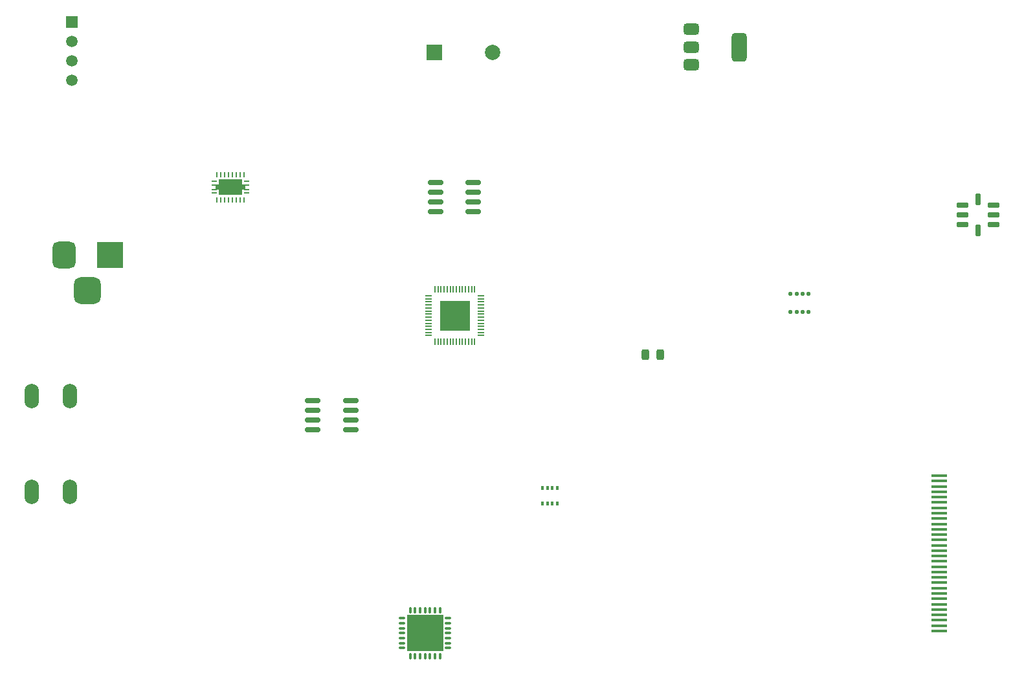
<source format=gbr>
%TF.GenerationSoftware,KiCad,Pcbnew,9.0.0*%
%TF.CreationDate,2025-04-03T13:22:32+05:30*%
%TF.ProjectId,Air Quality Monitor,41697220-5175-4616-9c69-7479204d6f6e,rev?*%
%TF.SameCoordinates,Original*%
%TF.FileFunction,Soldermask,Top*%
%TF.FilePolarity,Negative*%
%FSLAX46Y46*%
G04 Gerber Fmt 4.6, Leading zero omitted, Abs format (unit mm)*
G04 Created by KiCad (PCBNEW 9.0.0) date 2025-04-03 13:22:32*
%MOMM*%
%LPD*%
G01*
G04 APERTURE LIST*
G04 Aperture macros list*
%AMRoundRect*
0 Rectangle with rounded corners*
0 $1 Rounding radius*
0 $2 $3 $4 $5 $6 $7 $8 $9 X,Y pos of 4 corners*
0 Add a 4 corners polygon primitive as box body*
4,1,4,$2,$3,$4,$5,$6,$7,$8,$9,$2,$3,0*
0 Add four circle primitives for the rounded corners*
1,1,$1+$1,$2,$3*
1,1,$1+$1,$4,$5*
1,1,$1+$1,$6,$7*
1,1,$1+$1,$8,$9*
0 Add four rect primitives between the rounded corners*
20,1,$1+$1,$2,$3,$4,$5,0*
20,1,$1+$1,$4,$5,$6,$7,0*
20,1,$1+$1,$6,$7,$8,$9,0*
20,1,$1+$1,$8,$9,$2,$3,0*%
%AMFreePoly0*
4,1,13,0.375000,1.525000,1.025000,1.525000,1.025000,-1.525000,0.375000,-1.525000,0.375000,-1.925000,-0.375000,-1.925000,-0.375000,-1.525000,-1.025000,-1.525000,-1.025000,1.525000,-0.375000,1.525000,-0.375000,1.925000,0.375000,1.925000,0.375000,1.525000,0.375000,1.525000,$1*%
G04 Aperture macros list end*
%ADD10RoundRect,0.150000X-0.825000X-0.150000X0.825000X-0.150000X0.825000X0.150000X-0.825000X0.150000X0*%
%ADD11O,1.900000X3.200000*%
%ADD12RoundRect,0.162500X-0.637500X-0.162500X0.637500X-0.162500X0.637500X0.162500X-0.637500X0.162500X0*%
%ADD13RoundRect,0.162500X-0.162500X-0.637500X0.162500X-0.637500X0.162500X0.637500X-0.162500X0.637500X0*%
%ADD14RoundRect,0.050400X0.249600X-0.069600X0.249600X0.069600X-0.249600X0.069600X-0.249600X-0.069600X0*%
%ADD15RoundRect,0.050400X0.069600X-0.249600X0.069600X0.249600X-0.069600X0.249600X-0.069600X-0.249600X0*%
%ADD16RoundRect,0.050000X0.250000X-0.050000X0.250000X0.050000X-0.250000X0.050000X-0.250000X-0.050000X0*%
%ADD17FreePoly0,90.000000*%
%ADD18R,0.350000X0.500000*%
%ADD19R,1.500000X1.500000*%
%ADD20C,1.500000*%
%ADD21R,2.000000X2.000000*%
%ADD22C,2.000000*%
%ADD23RoundRect,0.075000X-0.075000X0.312500X-0.075000X-0.312500X0.075000X-0.312500X0.075000X0.312500X0*%
%ADD24RoundRect,0.075000X-0.312500X0.075000X-0.312500X-0.075000X0.312500X-0.075000X0.312500X0.075000X0*%
%ADD25R,4.800000X4.800000*%
%ADD26RoundRect,0.125000X-0.125000X-0.137500X0.125000X-0.137500X0.125000X0.137500X-0.125000X0.137500X0*%
%ADD27R,3.500000X3.500000*%
%ADD28RoundRect,0.750000X-0.750000X-1.000000X0.750000X-1.000000X0.750000X1.000000X-0.750000X1.000000X0*%
%ADD29RoundRect,0.875000X-0.875000X-0.875000X0.875000X-0.875000X0.875000X0.875000X-0.875000X0.875000X0*%
%ADD30RoundRect,0.050000X-0.350000X-0.050000X0.350000X-0.050000X0.350000X0.050000X-0.350000X0.050000X0*%
%ADD31RoundRect,0.050000X-0.050000X-0.350000X0.050000X-0.350000X0.050000X0.350000X-0.050000X0.350000X0*%
%ADD32R,4.000000X4.000000*%
%ADD33RoundRect,0.375000X-0.625000X-0.375000X0.625000X-0.375000X0.625000X0.375000X-0.625000X0.375000X0*%
%ADD34RoundRect,0.500000X-0.500000X-1.400000X0.500000X-1.400000X0.500000X1.400000X-0.500000X1.400000X0*%
%ADD35RoundRect,0.243750X-0.243750X-0.456250X0.243750X-0.456250X0.243750X0.456250X-0.243750X0.456250X0*%
%ADD36R,2.000000X0.400000*%
G04 APERTURE END LIST*
D10*
%TO.C,U8*%
X136550000Y-81000000D03*
X136550000Y-82270000D03*
X136550000Y-83540000D03*
X136550000Y-84810000D03*
X141500000Y-84810000D03*
X141500000Y-83540000D03*
X141500000Y-82270000D03*
X141500000Y-81000000D03*
%TD*%
D11*
%TO.C,SW1*%
X83750000Y-121500000D03*
X83750000Y-109000000D03*
X88750000Y-121500000D03*
X88750000Y-109000000D03*
%TD*%
D12*
%TO.C,U3*%
X205500000Y-84000000D03*
X205500000Y-85270000D03*
X205500000Y-86540000D03*
D13*
X207550000Y-87320000D03*
D12*
X209600000Y-86540000D03*
X209600000Y-85270000D03*
X209600000Y-84000000D03*
D13*
X207550000Y-83220000D03*
%TD*%
D14*
%TO.C,U7*%
X107600000Y-82400000D03*
D15*
X108000000Y-83300000D03*
X108500000Y-83300000D03*
X109000000Y-83300000D03*
X109500000Y-83300000D03*
X110000000Y-83300000D03*
X110500000Y-83300000D03*
X111000000Y-83300000D03*
X111500000Y-83300000D03*
D14*
X111900000Y-82400000D03*
X111900000Y-80900000D03*
D15*
X111500000Y-80000000D03*
X111000000Y-80000000D03*
X110500000Y-80000000D03*
X110000000Y-80000000D03*
X109500000Y-80000000D03*
X109000000Y-80000000D03*
X108500000Y-80000000D03*
X108000000Y-80000000D03*
D14*
X107600000Y-80900000D03*
D16*
X107600000Y-81925000D03*
X111900000Y-81925000D03*
D17*
X109750000Y-81650000D03*
D16*
X107600000Y-81375000D03*
X111900000Y-81375000D03*
%TD*%
D18*
%TO.C,U5*%
X150550000Y-121000000D03*
X151200000Y-121000000D03*
X151850000Y-121000000D03*
X152500000Y-121000000D03*
X152500000Y-123050000D03*
X151850000Y-123050000D03*
X151200000Y-123050000D03*
X150550000Y-123050000D03*
%TD*%
D19*
%TO.C,U10*%
X89000000Y-60000000D03*
D20*
X89000000Y-62540000D03*
X89000000Y-65080000D03*
X89000000Y-67620000D03*
%TD*%
D21*
%TO.C,BZ1*%
X136400000Y-64000000D03*
D22*
X144000000Y-64000000D03*
%TD*%
D23*
%TO.C,U2*%
X137150000Y-137000000D03*
X136500000Y-137000000D03*
X135850000Y-137000000D03*
X135200000Y-137000000D03*
X134550000Y-137000000D03*
X133900000Y-137000000D03*
X133250000Y-137000000D03*
D24*
X132212500Y-138037500D03*
X132212500Y-138687500D03*
X132212500Y-139337500D03*
X132212500Y-139987500D03*
X132212500Y-140637500D03*
X132212500Y-141287500D03*
X132212500Y-141937500D03*
D23*
X133250000Y-142975000D03*
X133900000Y-142975000D03*
X134550000Y-142975000D03*
X135200000Y-142975000D03*
X135850000Y-142975000D03*
X136500000Y-142975000D03*
X137150000Y-142975000D03*
D24*
X138187500Y-141937500D03*
X138187500Y-141287500D03*
X138187500Y-140637500D03*
X138187500Y-139987500D03*
X138187500Y-139337500D03*
X138187500Y-138687500D03*
X138187500Y-138037500D03*
D25*
X135200000Y-139987500D03*
%TD*%
D26*
%TO.C,U9*%
X183000000Y-95625000D03*
X183800000Y-95625000D03*
X184600000Y-95625000D03*
X185400000Y-95625000D03*
X185400000Y-98000000D03*
X184600000Y-98000000D03*
X183800000Y-98000000D03*
X183000000Y-98000000D03*
%TD*%
D27*
%TO.C,J3*%
X94000000Y-90500000D03*
D28*
X88000000Y-90500000D03*
D29*
X91000000Y-95200000D03*
%TD*%
D30*
%TO.C,U1*%
X135650000Y-95850000D03*
X135650000Y-96250000D03*
X135650000Y-96650000D03*
X135650000Y-97050000D03*
X135650000Y-97450000D03*
X135650000Y-97850000D03*
X135650000Y-98250000D03*
X135650000Y-98650000D03*
X135650000Y-99050000D03*
X135650000Y-99450000D03*
X135650000Y-99850000D03*
X135650000Y-100250000D03*
X135650000Y-100650000D03*
X135650000Y-101050000D03*
D31*
X136500000Y-101900000D03*
X136900000Y-101900000D03*
X137300000Y-101900000D03*
X137700000Y-101900000D03*
X138100000Y-101900000D03*
X138500000Y-101900000D03*
X138900000Y-101900000D03*
X139300000Y-101900000D03*
X139700000Y-101900000D03*
X140100000Y-101900000D03*
X140500000Y-101900000D03*
X140900000Y-101900000D03*
X141300000Y-101900000D03*
X141700000Y-101900000D03*
D30*
X142550000Y-101050000D03*
X142550000Y-100650000D03*
X142550000Y-100250000D03*
X142550000Y-99850000D03*
X142550000Y-99450000D03*
X142550000Y-99050000D03*
X142550000Y-98650000D03*
X142550000Y-98250000D03*
X142550000Y-97850000D03*
X142550000Y-97450000D03*
X142550000Y-97050000D03*
X142550000Y-96650000D03*
X142550000Y-96250000D03*
X142550000Y-95850000D03*
D31*
X141700000Y-95000000D03*
X141300000Y-95000000D03*
X140900000Y-95000000D03*
X140500000Y-95000000D03*
X140100000Y-95000000D03*
X139700000Y-95000000D03*
X139300000Y-95000000D03*
X138900000Y-95000000D03*
X138500000Y-95000000D03*
X138100000Y-95000000D03*
X137700000Y-95000000D03*
X137300000Y-95000000D03*
X136900000Y-95000000D03*
X136500000Y-95000000D03*
D32*
X139100000Y-98450000D03*
%TD*%
D10*
%TO.C,U11*%
X120525000Y-109595000D03*
X120525000Y-110865000D03*
X120525000Y-112135000D03*
X120525000Y-113405000D03*
X125475000Y-113405000D03*
X125475000Y-112135000D03*
X125475000Y-110865000D03*
X125475000Y-109595000D03*
%TD*%
D33*
%TO.C,U4*%
X170000000Y-61000000D03*
X170000000Y-63300000D03*
D34*
X176300000Y-63300000D03*
D33*
X170000000Y-65600000D03*
%TD*%
D35*
%TO.C,D1*%
X164057500Y-103565000D03*
X165932500Y-103565000D03*
%TD*%
D36*
%TO.C,DS1*%
X202500000Y-119400000D03*
X202500000Y-120100000D03*
X202500000Y-120800000D03*
X202500000Y-121500000D03*
X202500000Y-122200000D03*
X202500000Y-122900000D03*
X202500000Y-123600000D03*
X202500000Y-124300000D03*
X202500000Y-125000000D03*
X202500000Y-125700000D03*
X202500000Y-126400000D03*
X202500000Y-127100000D03*
X202500000Y-127800000D03*
X202500000Y-128500000D03*
X202500000Y-129200000D03*
X202500000Y-129900000D03*
X202500000Y-130600000D03*
X202500000Y-131300000D03*
X202500000Y-132000000D03*
X202500000Y-132700000D03*
X202500000Y-133400000D03*
X202500000Y-134100000D03*
X202500000Y-134800000D03*
X202500000Y-135500000D03*
X202500000Y-136200000D03*
X202500000Y-136900000D03*
X202500000Y-137600000D03*
X202500000Y-138300000D03*
X202500000Y-139000000D03*
X202500000Y-139700000D03*
%TD*%
M02*

</source>
